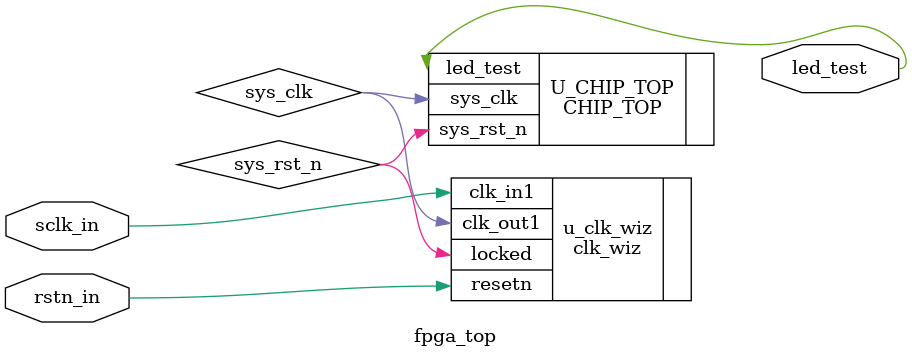
<source format=v>



module fpga_top(
    input   sclk_in     ,
    input   rstn_in     ,

    output  led_test    

);
//=================================================================================
// Parameter declaration
//=================================================================================


//=================================================================================
// Signal declaration
//=================================================================================

wire    sys_clk     ;
wire    sys_rst_n   ;

//=================================================================================
// Body
//=================================================================================

clk_wiz u_clk_wiz(
    // Clock out ports
    .clk_out1       ( sys_clk       ),      // output clk_out1
    // Status and control signals
    .resetn         ( rstn_in       ),      // input resetn
    .locked         ( sys_rst_n     ),      // output locked
    // Clock in ports
    .clk_in1        ( sclk_in       )       // input clk_in1
);      



CHIP_TOP    U_CHIP_TOP(
    .sys_clk            ( sys_clk       ),
    .sys_rst_n          ( sys_rst_n     ),
    .led_test           ( led_test      )

);

endmodule

</source>
